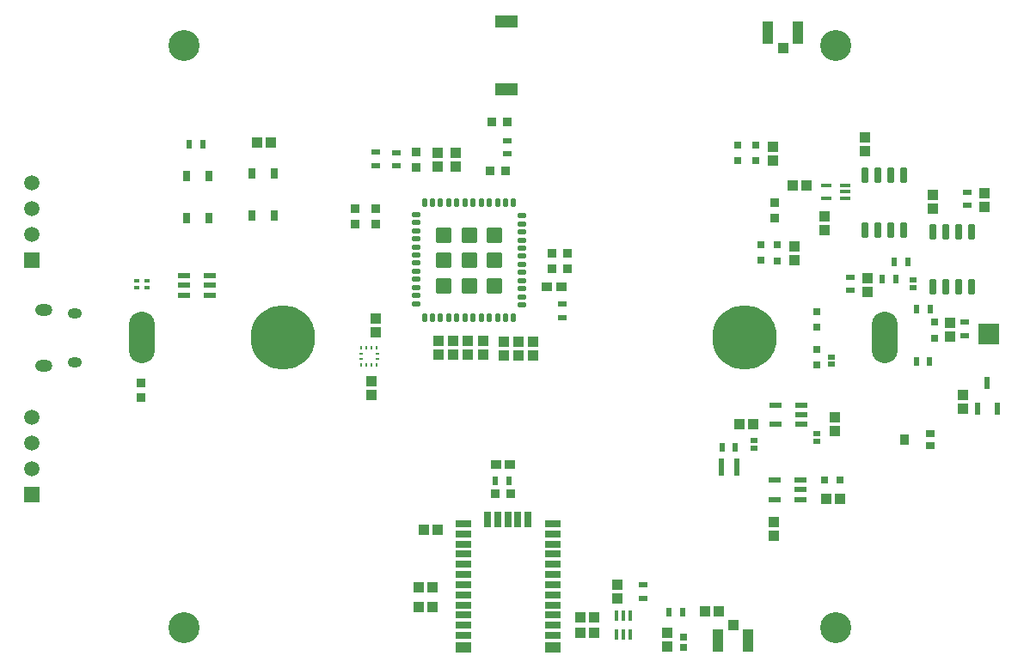
<source format=gbr>
%TF.GenerationSoftware,Altium Limited,Altium Designer,19.1.9 (167)*%
G04 Layer_Color=255*
%FSLAX26Y26*%
%MOIN*%
%TF.FileFunction,Pads,Top*%
%TF.Part,Single*%
G01*
G75*
%TA.AperFunction,SMDPad,CuDef*%
%ADD10R,0.041339X0.041339*%
%ADD11R,0.041339X0.041339*%
%ADD12R,0.025591X0.041339*%
%ADD13R,0.047244X0.023622*%
%ADD14R,0.041339X0.015748*%
%ADD15R,0.015748X0.041339*%
%ADD16R,0.023622X0.070866*%
%ADD17R,0.041340X0.086610*%
%ADD18R,0.039370X0.041340*%
%ADD19R,0.086614X0.047244*%
%ADD20R,0.018701X0.014764*%
G04:AMPARAMS|DCode=21|XSize=59.055mil|YSize=59.055mil|CornerRadius=2.953mil|HoleSize=0mil|Usage=FLASHONLY|Rotation=180.000|XOffset=0mil|YOffset=0mil|HoleType=Round|Shape=RoundedRectangle|*
%AMROUNDEDRECTD21*
21,1,0.059055,0.053150,0,0,180.0*
21,1,0.053150,0.059055,0,0,180.0*
1,1,0.005906,-0.026575,0.026575*
1,1,0.005906,0.026575,0.026575*
1,1,0.005906,0.026575,-0.026575*
1,1,0.005906,-0.026575,-0.026575*
%
%ADD21ROUNDEDRECTD21*%
G04:AMPARAMS|DCode=22|XSize=19.685mil|YSize=31.496mil|CornerRadius=3.937mil|HoleSize=0mil|Usage=FLASHONLY|Rotation=270.000|XOffset=0mil|YOffset=0mil|HoleType=Round|Shape=RoundedRectangle|*
%AMROUNDEDRECTD22*
21,1,0.019685,0.023622,0,0,270.0*
21,1,0.011811,0.031496,0,0,270.0*
1,1,0.007874,-0.011811,-0.005906*
1,1,0.007874,-0.011811,0.005906*
1,1,0.007874,0.011811,0.005906*
1,1,0.007874,0.011811,-0.005906*
%
%ADD22ROUNDEDRECTD22*%
G04:AMPARAMS|DCode=23|XSize=19.685mil|YSize=31.496mil|CornerRadius=3.937mil|HoleSize=0mil|Usage=FLASHONLY|Rotation=180.000|XOffset=0mil|YOffset=0mil|HoleType=Round|Shape=RoundedRectangle|*
%AMROUNDEDRECTD23*
21,1,0.019685,0.023622,0,0,180.0*
21,1,0.011811,0.031496,0,0,180.0*
1,1,0.007874,-0.005906,0.011811*
1,1,0.007874,0.005906,0.011811*
1,1,0.007874,0.005906,-0.011811*
1,1,0.007874,-0.005906,-0.011811*
%
%ADD23ROUNDEDRECTD23*%
%ADD24R,0.035433X0.025591*%
%ADD25R,0.035433X0.039370*%
%ADD26R,0.027559X0.019685*%
%ADD27R,0.023622X0.033465*%
%ADD28R,0.033465X0.023622*%
G04:AMPARAMS|DCode=29|XSize=23.622mil|YSize=57.087mil|CornerRadius=2.008mil|HoleSize=0mil|Usage=FLASHONLY|Rotation=180.000|XOffset=0mil|YOffset=0mil|HoleType=Round|Shape=RoundedRectangle|*
%AMROUNDEDRECTD29*
21,1,0.023622,0.053071,0,0,180.0*
21,1,0.019606,0.057087,0,0,180.0*
1,1,0.004016,-0.009803,0.026535*
1,1,0.004016,0.009803,0.026535*
1,1,0.004016,0.009803,-0.026535*
1,1,0.004016,-0.009803,-0.026535*
%
%ADD29ROUNDEDRECTD29*%
%ADD30R,0.059055X0.027559*%
%ADD31R,0.059055X0.039370*%
%ADD32R,0.027559X0.059055*%
%ADD33R,0.031496X0.029748*%
%ADD34R,0.040000X0.035000*%
%ADD35R,0.037000X0.038000*%
%ADD36R,0.029748X0.031496*%
%ADD37R,0.038000X0.037000*%
%ADD38R,0.023622X0.045276*%
%ADD39R,0.028346X0.027165*%
%ADD40R,0.011024X0.016142*%
%ADD41R,0.016142X0.011024*%
%TA.AperFunction,ComponentPad*%
%ADD48C,0.250000*%
%ADD49O,0.100000X0.200000*%
%ADD50R,0.080000X0.080000*%
%ADD51O,0.066929X0.047244*%
%ADD52O,0.055118X0.039370*%
%ADD53C,0.059055*%
%ADD54R,0.059055X0.059055*%
%TA.AperFunction,ViaPad*%
%ADD55C,0.120000*%
D10*
X3181000Y921425D02*
D03*
Y974575D02*
D03*
X3298000Y2062575D02*
D03*
Y2009425D02*
D03*
X2534000Y138575D02*
D03*
Y85425D02*
D03*
X2340000Y324575D02*
D03*
Y271425D02*
D03*
X3308000Y1516575D02*
D03*
Y1463425D02*
D03*
X3763000Y1794425D02*
D03*
Y1847575D02*
D03*
X1711000Y2001575D02*
D03*
Y1948425D02*
D03*
X2011000Y1217425D02*
D03*
Y1270575D02*
D03*
X1818000Y1220425D02*
D03*
Y1273575D02*
D03*
X1647000Y1220425D02*
D03*
Y1273575D02*
D03*
X1387000Y1115575D02*
D03*
Y1062425D02*
D03*
X3629928Y1342230D02*
D03*
Y1289080D02*
D03*
X3025000Y1638575D02*
D03*
Y1585425D02*
D03*
X2942000Y2027575D02*
D03*
Y1974425D02*
D03*
X3144000Y1754575D02*
D03*
Y1701425D02*
D03*
X3561000Y1840575D02*
D03*
Y1787425D02*
D03*
X2947000Y516425D02*
D03*
Y569575D02*
D03*
X3678000Y1061575D02*
D03*
Y1008425D02*
D03*
X1403000Y1359575D02*
D03*
Y1306425D02*
D03*
X1955000Y1270575D02*
D03*
Y1217425D02*
D03*
X1898000Y1270575D02*
D03*
Y1217425D02*
D03*
X1758000Y1273575D02*
D03*
Y1220425D02*
D03*
X1702500Y1273575D02*
D03*
Y1220425D02*
D03*
X1641000Y2002575D02*
D03*
Y1949425D02*
D03*
D11*
X3020425Y1877000D02*
D03*
X3073575D02*
D03*
X2249575Y140000D02*
D03*
X2196425D02*
D03*
X2249575Y200000D02*
D03*
X2196425D02*
D03*
X2732575Y222000D02*
D03*
X2679425D02*
D03*
X1621575Y238000D02*
D03*
X1568425D02*
D03*
X1621575Y316000D02*
D03*
X1568425D02*
D03*
X1589425Y538000D02*
D03*
X1642575D02*
D03*
X2813425Y949000D02*
D03*
X2866575D02*
D03*
X941850Y2042000D02*
D03*
X995000D02*
D03*
X3201575Y659000D02*
D03*
X3148425D02*
D03*
D12*
X754748Y1912693D02*
D03*
Y1749307D02*
D03*
X670102Y1912693D02*
D03*
Y1749307D02*
D03*
X923677Y1758307D02*
D03*
Y1921693D02*
D03*
X1008323Y1758307D02*
D03*
Y1921693D02*
D03*
D13*
X659787Y1525402D02*
D03*
Y1488000D02*
D03*
Y1450598D02*
D03*
X758213D02*
D03*
Y1488000D02*
D03*
Y1525402D02*
D03*
X2950787Y657598D02*
D03*
Y732402D02*
D03*
X3049213D02*
D03*
Y695000D02*
D03*
Y657598D02*
D03*
X2953787Y948598D02*
D03*
Y1023402D02*
D03*
X3052213D02*
D03*
Y986000D02*
D03*
Y948598D02*
D03*
D14*
X3222402Y1826409D02*
D03*
Y1852000D02*
D03*
Y1877591D02*
D03*
X3147598D02*
D03*
Y1826409D02*
D03*
D15*
X2337409Y131598D02*
D03*
X2363000D02*
D03*
X2388591D02*
D03*
Y206402D02*
D03*
X2363000D02*
D03*
X2337409D02*
D03*
D16*
X2802528Y784354D02*
D03*
X2743472D02*
D03*
D17*
X2922930Y2469000D02*
D03*
X3039070D02*
D03*
X2846070Y109000D02*
D03*
X2729930D02*
D03*
D18*
X2981000Y2408960D02*
D03*
X2788000Y169040D02*
D03*
D19*
X1910000Y2248110D02*
D03*
Y2511890D02*
D03*
D20*
X476787Y1506307D02*
D03*
Y1479693D02*
D03*
X515173D02*
D03*
Y1506307D02*
D03*
D21*
X1862685Y1683984D02*
D03*
Y1585559D02*
D03*
Y1487134D02*
D03*
X1764260Y1683984D02*
D03*
Y1585559D02*
D03*
Y1487134D02*
D03*
X1665835Y1683984D02*
D03*
Y1585559D02*
D03*
Y1487134D02*
D03*
D22*
X1559535Y1763709D02*
D03*
Y1732213D02*
D03*
Y1700717D02*
D03*
Y1669221D02*
D03*
Y1637725D02*
D03*
Y1606228D02*
D03*
Y1574732D02*
D03*
Y1543236D02*
D03*
Y1511740D02*
D03*
Y1480244D02*
D03*
Y1448748D02*
D03*
Y1417252D02*
D03*
X1968984Y1412331D02*
D03*
Y1443827D02*
D03*
Y1475323D02*
D03*
Y1506819D02*
D03*
Y1538315D02*
D03*
Y1569811D02*
D03*
Y1601307D02*
D03*
Y1632803D02*
D03*
Y1664299D02*
D03*
Y1695795D02*
D03*
Y1727291D02*
D03*
Y1758787D02*
D03*
D23*
X1591032Y1808000D02*
D03*
X1622527D02*
D03*
X1654024D02*
D03*
X1685520D02*
D03*
X1717016D02*
D03*
X1748512D02*
D03*
X1780008D02*
D03*
X1811504D02*
D03*
X1843000D02*
D03*
X1874496D02*
D03*
X1905992D02*
D03*
X1937488D02*
D03*
Y1363118D02*
D03*
X1905992D02*
D03*
X1874496D02*
D03*
X1843000D02*
D03*
X1811504D02*
D03*
X1780008D02*
D03*
X1748512D02*
D03*
X1717016D02*
D03*
X1685520D02*
D03*
X1654024D02*
D03*
X1622527D02*
D03*
X1591032D02*
D03*
D24*
X3552213Y911638D02*
D03*
Y866362D02*
D03*
D25*
X3453787Y889000D02*
D03*
D26*
X3169000Y1181236D02*
D03*
Y1210764D02*
D03*
X3113000Y913764D02*
D03*
Y884236D02*
D03*
X3486000Y1509764D02*
D03*
Y1480236D02*
D03*
X2868000Y855236D02*
D03*
Y884764D02*
D03*
D27*
X3500410Y1397000D02*
D03*
X3551591D02*
D03*
X679835Y2037000D02*
D03*
X731016D02*
D03*
X2540410Y219000D02*
D03*
X2591591D02*
D03*
X3498410Y1194000D02*
D03*
X3549591D02*
D03*
X2796590Y859000D02*
D03*
X2745409D02*
D03*
X1866409Y729000D02*
D03*
X1917591D02*
D03*
X3413410Y1579000D02*
D03*
X3464591D02*
D03*
X3417590Y1514000D02*
D03*
X3366409D02*
D03*
D28*
X2438000Y325591D02*
D03*
Y274409D02*
D03*
X3242000Y1519591D02*
D03*
Y1468409D02*
D03*
X1911000Y2049352D02*
D03*
Y1998171D02*
D03*
X3687000Y1345591D02*
D03*
Y1294409D02*
D03*
X1403000Y2004591D02*
D03*
Y1953409D02*
D03*
X1482000Y2003591D02*
D03*
Y1952409D02*
D03*
X2127000Y1414591D02*
D03*
Y1363409D02*
D03*
X3696000Y1798409D02*
D03*
Y1849591D02*
D03*
D29*
X3299000Y1702716D02*
D03*
X3349000D02*
D03*
X3399000D02*
D03*
X3449000D02*
D03*
X3299000Y1917283D02*
D03*
X3349000D02*
D03*
X3399000D02*
D03*
X3449000D02*
D03*
X3561000Y1482716D02*
D03*
X3611000D02*
D03*
X3661000D02*
D03*
X3711000D02*
D03*
X3561000Y1697283D02*
D03*
X3611000D02*
D03*
X3661000D02*
D03*
X3711000D02*
D03*
D30*
X1741543Y562591D02*
D03*
Y523221D02*
D03*
Y483850D02*
D03*
Y444480D02*
D03*
Y405110D02*
D03*
Y365740D02*
D03*
Y326370D02*
D03*
Y287000D02*
D03*
Y247630D02*
D03*
Y208260D02*
D03*
Y168890D02*
D03*
Y129520D02*
D03*
X2088000D02*
D03*
Y168890D02*
D03*
Y208260D02*
D03*
Y247630D02*
D03*
Y287000D02*
D03*
Y326370D02*
D03*
Y365740D02*
D03*
Y405110D02*
D03*
Y444480D02*
D03*
Y483850D02*
D03*
Y523221D02*
D03*
Y562591D02*
D03*
D31*
X1741543Y84244D02*
D03*
X2088000D02*
D03*
D32*
X1993512Y578339D02*
D03*
X1954142D02*
D03*
X1914772D02*
D03*
X1875402D02*
D03*
X1836032D02*
D03*
D33*
X3568000Y1284378D02*
D03*
Y1345622D02*
D03*
X2896000Y1585378D02*
D03*
Y1646622D02*
D03*
X2958000Y1645622D02*
D03*
Y1584378D02*
D03*
X2876000Y2032622D02*
D03*
Y1971378D02*
D03*
X2807000Y1972378D02*
D03*
Y2033622D02*
D03*
X3114000Y1326378D02*
D03*
Y1387622D02*
D03*
X3112000Y1179378D02*
D03*
Y1240622D02*
D03*
D34*
X2123000Y1482000D02*
D03*
X2067000D02*
D03*
X1868000Y792000D02*
D03*
X1924000D02*
D03*
D35*
X493000Y1110500D02*
D03*
Y1051500D02*
D03*
X1560000Y2006500D02*
D03*
Y1947500D02*
D03*
X2949000Y1809500D02*
D03*
Y1750500D02*
D03*
X1402000Y1727500D02*
D03*
Y1786500D02*
D03*
X1321000Y1785500D02*
D03*
Y1726500D02*
D03*
D36*
X3202622Y733000D02*
D03*
X3141378D02*
D03*
D37*
X1865500Y679000D02*
D03*
X1924500D02*
D03*
X2086500Y1612000D02*
D03*
X2145500D02*
D03*
X2086500Y1554000D02*
D03*
X2145500D02*
D03*
X1847500Y1933000D02*
D03*
X1906500D02*
D03*
X1852500Y2122000D02*
D03*
X1911500D02*
D03*
D38*
X3774000Y1108213D02*
D03*
X3811402Y1009787D02*
D03*
X3736598D02*
D03*
D39*
X2595000Y82118D02*
D03*
Y121882D02*
D03*
D40*
X1347472Y1180913D02*
D03*
X1367158D02*
D03*
X1386842D02*
D03*
X1406528D02*
D03*
Y1245087D02*
D03*
X1386842D02*
D03*
X1367158D02*
D03*
X1347472D02*
D03*
D41*
X1409087Y1203158D02*
D03*
Y1222842D02*
D03*
X1344913D02*
D03*
Y1203158D02*
D03*
D48*
X2831685Y1286000D02*
D03*
X1042315D02*
D03*
D49*
X497039D02*
D03*
X3376961D02*
D03*
D50*
X3778000Y1298000D02*
D03*
D51*
X117276Y1391284D02*
D03*
Y1176716D02*
D03*
D52*
X236567Y1379472D02*
D03*
Y1188528D02*
D03*
D53*
X70000Y976000D02*
D03*
Y776000D02*
D03*
Y876000D02*
D03*
Y1787000D02*
D03*
Y1687000D02*
D03*
Y1887000D02*
D03*
D54*
Y676000D02*
D03*
Y1587000D02*
D03*
D55*
X659000Y2419000D02*
D03*
X3186000Y160000D02*
D03*
X659000D02*
D03*
X3186000Y2419000D02*
D03*
%TF.MD5,17a8f88815788dd56ebfc8a3b1ef4173*%
M02*

</source>
